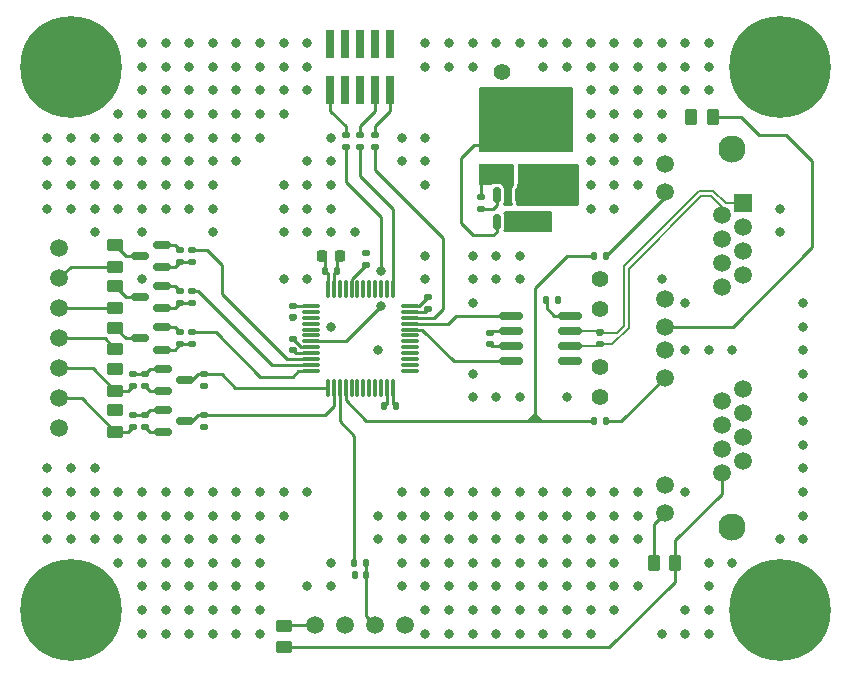
<source format=gbr>
%TF.GenerationSoftware,KiCad,Pcbnew,(6.0.1-0)*%
%TF.CreationDate,2022-12-13T14:32:30+01:00*%
%TF.ProjectId,CAN_Steppermodul,43414e5f-5374-4657-9070-65726d6f6475,rev?*%
%TF.SameCoordinates,Original*%
%TF.FileFunction,Copper,L1,Top*%
%TF.FilePolarity,Positive*%
%FSLAX46Y46*%
G04 Gerber Fmt 4.6, Leading zero omitted, Abs format (unit mm)*
G04 Created by KiCad (PCBNEW (6.0.1-0)) date 2022-12-13 14:32:30*
%MOMM*%
%LPD*%
G01*
G04 APERTURE LIST*
G04 Aperture macros list*
%AMRoundRect*
0 Rectangle with rounded corners*
0 $1 Rounding radius*
0 $2 $3 $4 $5 $6 $7 $8 $9 X,Y pos of 4 corners*
0 Add a 4 corners polygon primitive as box body*
4,1,4,$2,$3,$4,$5,$6,$7,$8,$9,$2,$3,0*
0 Add four circle primitives for the rounded corners*
1,1,$1+$1,$2,$3*
1,1,$1+$1,$4,$5*
1,1,$1+$1,$6,$7*
1,1,$1+$1,$8,$9*
0 Add four rect primitives between the rounded corners*
20,1,$1+$1,$2,$3,$4,$5,0*
20,1,$1+$1,$4,$5,$6,$7,0*
20,1,$1+$1,$6,$7,$8,$9,0*
20,1,$1+$1,$8,$9,$2,$3,0*%
G04 Aperture macros list end*
%TA.AperFunction,ComponentPad*%
%ADD10C,8.600000*%
%TD*%
%TA.AperFunction,ComponentPad*%
%ADD11C,0.900000*%
%TD*%
%TA.AperFunction,SMDPad,CuDef*%
%ADD12RoundRect,0.225000X-0.225000X-0.250000X0.225000X-0.250000X0.225000X0.250000X-0.225000X0.250000X0*%
%TD*%
%TA.AperFunction,SMDPad,CuDef*%
%ADD13RoundRect,0.150000X-0.825000X-0.150000X0.825000X-0.150000X0.825000X0.150000X-0.825000X0.150000X0*%
%TD*%
%TA.AperFunction,SMDPad,CuDef*%
%ADD14RoundRect,0.150000X0.150000X-0.512500X0.150000X0.512500X-0.150000X0.512500X-0.150000X-0.512500X0*%
%TD*%
%TA.AperFunction,SMDPad,CuDef*%
%ADD15RoundRect,0.075000X-0.662500X-0.075000X0.662500X-0.075000X0.662500X0.075000X-0.662500X0.075000X0*%
%TD*%
%TA.AperFunction,SMDPad,CuDef*%
%ADD16RoundRect,0.075000X-0.075000X-0.662500X0.075000X-0.662500X0.075000X0.662500X-0.075000X0.662500X0*%
%TD*%
%TA.AperFunction,ComponentPad*%
%ADD17C,1.400000*%
%TD*%
%TA.AperFunction,SMDPad,CuDef*%
%ADD18RoundRect,0.250000X0.262500X0.450000X-0.262500X0.450000X-0.262500X-0.450000X0.262500X-0.450000X0*%
%TD*%
%TA.AperFunction,SMDPad,CuDef*%
%ADD19RoundRect,0.250000X-0.262500X-0.450000X0.262500X-0.450000X0.262500X0.450000X-0.262500X0.450000X0*%
%TD*%
%TA.AperFunction,SMDPad,CuDef*%
%ADD20RoundRect,0.135000X0.185000X-0.135000X0.185000X0.135000X-0.185000X0.135000X-0.185000X-0.135000X0*%
%TD*%
%TA.AperFunction,SMDPad,CuDef*%
%ADD21RoundRect,0.135000X-0.135000X-0.185000X0.135000X-0.185000X0.135000X0.185000X-0.135000X0.185000X0*%
%TD*%
%TA.AperFunction,SMDPad,CuDef*%
%ADD22RoundRect,0.250000X0.450000X-0.262500X0.450000X0.262500X-0.450000X0.262500X-0.450000X-0.262500X0*%
%TD*%
%TA.AperFunction,SMDPad,CuDef*%
%ADD23RoundRect,0.250000X-0.450000X0.262500X-0.450000X-0.262500X0.450000X-0.262500X0.450000X0.262500X0*%
%TD*%
%TA.AperFunction,SMDPad,CuDef*%
%ADD24RoundRect,0.135000X-0.185000X0.135000X-0.185000X-0.135000X0.185000X-0.135000X0.185000X0.135000X0*%
%TD*%
%TA.AperFunction,SMDPad,CuDef*%
%ADD25RoundRect,0.150000X-0.587500X-0.150000X0.587500X-0.150000X0.587500X0.150000X-0.587500X0.150000X0*%
%TD*%
%TA.AperFunction,SMDPad,CuDef*%
%ADD26RoundRect,0.150000X0.587500X0.150000X-0.587500X0.150000X-0.587500X-0.150000X0.587500X-0.150000X0*%
%TD*%
%TA.AperFunction,SMDPad,CuDef*%
%ADD27R,2.750000X1.000000*%
%TD*%
%TA.AperFunction,ComponentPad*%
%ADD28C,2.300000*%
%TD*%
%TA.AperFunction,ComponentPad*%
%ADD29C,1.500000*%
%TD*%
%TA.AperFunction,ComponentPad*%
%ADD30R,1.500000X1.500000*%
%TD*%
%TA.AperFunction,ComponentPad*%
%ADD31C,1.508000*%
%TD*%
%TA.AperFunction,SMDPad,CuDef*%
%ADD32R,0.740000X2.400000*%
%TD*%
%TA.AperFunction,SMDPad,CuDef*%
%ADD33RoundRect,0.140000X0.170000X-0.140000X0.170000X0.140000X-0.170000X0.140000X-0.170000X-0.140000X0*%
%TD*%
%TA.AperFunction,SMDPad,CuDef*%
%ADD34RoundRect,0.140000X0.140000X0.170000X-0.140000X0.170000X-0.140000X-0.170000X0.140000X-0.170000X0*%
%TD*%
%TA.AperFunction,SMDPad,CuDef*%
%ADD35RoundRect,0.250000X-0.650000X0.325000X-0.650000X-0.325000X0.650000X-0.325000X0.650000X0.325000X0*%
%TD*%
%TA.AperFunction,SMDPad,CuDef*%
%ADD36RoundRect,0.140000X-0.170000X0.140000X-0.170000X-0.140000X0.170000X-0.140000X0.170000X0.140000X0*%
%TD*%
%TA.AperFunction,SMDPad,CuDef*%
%ADD37RoundRect,0.250000X0.475000X-0.250000X0.475000X0.250000X-0.475000X0.250000X-0.475000X-0.250000X0*%
%TD*%
%TA.AperFunction,SMDPad,CuDef*%
%ADD38RoundRect,0.140000X-0.140000X-0.170000X0.140000X-0.170000X0.140000X0.170000X-0.140000X0.170000X0*%
%TD*%
%TA.AperFunction,ViaPad*%
%ADD39C,0.800000*%
%TD*%
%TA.AperFunction,ViaPad*%
%ADD40C,0.600000*%
%TD*%
%TA.AperFunction,Conductor*%
%ADD41C,0.250000*%
%TD*%
%TA.AperFunction,Conductor*%
%ADD42C,0.200000*%
%TD*%
G04 APERTURE END LIST*
D10*
%TO.P,H4,1,1*%
%TO.N,GND*%
X178000000Y-76000000D03*
D11*
X178000000Y-79225000D03*
X175719581Y-78280419D03*
X180280419Y-73719581D03*
X180280419Y-78280419D03*
X174775000Y-76000000D03*
X175719581Y-73719581D03*
X178000000Y-72775000D03*
X181225000Y-76000000D03*
%TD*%
D10*
%TO.P,H3,1,1*%
%TO.N,GND*%
X118000000Y-76000000D03*
D11*
X118000000Y-79225000D03*
X115719581Y-78280419D03*
X120280419Y-73719581D03*
X120280419Y-78280419D03*
X114775000Y-76000000D03*
X115719581Y-73719581D03*
X118000000Y-72775000D03*
X121225000Y-76000000D03*
%TD*%
D10*
%TO.P,H2,1,1*%
%TO.N,GND*%
X118000000Y-122000000D03*
D11*
X118000000Y-125225000D03*
X115719581Y-124280419D03*
X120280419Y-119719581D03*
X120280419Y-124280419D03*
X114775000Y-122000000D03*
X115719581Y-119719581D03*
X118000000Y-118775000D03*
X121225000Y-122000000D03*
%TD*%
D10*
%TO.P,H1,1,1*%
%TO.N,GND*%
X178000000Y-122000000D03*
D11*
X178000000Y-125225000D03*
X175719581Y-124280419D03*
X180280419Y-119719581D03*
X180280419Y-124280419D03*
X174775000Y-122000000D03*
X175719581Y-119719581D03*
X178000000Y-118775000D03*
X181225000Y-122000000D03*
%TD*%
D12*
%TO.P,C1,1*%
%TO.N,+3V3*%
X139230000Y-92000000D03*
%TO.P,C1,2*%
%TO.N,GND*%
X140780000Y-92000000D03*
%TD*%
D13*
%TO.P,U3,1,D*%
%TO.N,/CAN_TX*%
X155275000Y-97095000D03*
%TO.P,U3,2,GND*%
%TO.N,GND*%
X155275000Y-98365000D03*
%TO.P,U3,3,VCC*%
%TO.N,+3V3*%
X155275000Y-99635000D03*
%TO.P,U3,4,R*%
%TO.N,/CAN_RX*%
X155275000Y-100905000D03*
%TO.P,U3,5,Vref*%
%TO.N,unconnected-(U3-Pad5)*%
X160225000Y-100905000D03*
%TO.P,U3,6,CANL*%
%TO.N,/CAN-*%
X160225000Y-99635000D03*
%TO.P,U3,7,CANH*%
%TO.N,/CAN+*%
X160225000Y-98365000D03*
%TO.P,U3,8,Rs*%
%TO.N,Net-(R24-Pad1)*%
X160225000Y-97095000D03*
%TD*%
D14*
%TO.P,U2,1,FB*%
%TO.N,+3V3*%
X154050000Y-89137500D03*
%TO.P,U2,2,EN*%
%TO.N,+24V*%
X155000000Y-89137500D03*
%TO.P,U2,3,IN*%
X155950000Y-89137500D03*
%TO.P,U2,4,GND*%
%TO.N,GND*%
X155950000Y-86862500D03*
%TO.P,U2,5,SW*%
%TO.N,Net-(C8-Pad2)*%
X155000000Y-86862500D03*
%TO.P,U2,6,BST*%
%TO.N,Net-(C8-Pad1)*%
X154050000Y-86862500D03*
%TD*%
D15*
%TO.P,U1,1,VBAT*%
%TO.N,+3V3*%
X138337500Y-96250000D03*
%TO.P,U1,2,PC13*%
%TO.N,unconnected-(U1-Pad2)*%
X138337500Y-96750000D03*
%TO.P,U1,3,PC14*%
%TO.N,unconnected-(U1-Pad3)*%
X138337500Y-97250000D03*
%TO.P,U1,4,PC15*%
%TO.N,unconnected-(U1-Pad4)*%
X138337500Y-97750000D03*
%TO.P,U1,5,PD0*%
%TO.N,unconnected-(U1-Pad5)*%
X138337500Y-98250000D03*
%TO.P,U1,6,PD1*%
%TO.N,unconnected-(U1-Pad6)*%
X138337500Y-98750000D03*
%TO.P,U1,7,NRST*%
%TO.N,/NRST*%
X138337500Y-99250000D03*
%TO.P,U1,8,VSSA*%
%TO.N,GND*%
X138337500Y-99750000D03*
%TO.P,U1,9,VDDA*%
%TO.N,+3V3*%
X138337500Y-100250000D03*
%TO.P,U1,10,PA0*%
%TO.N,/PUL_MCU*%
X138337500Y-100750000D03*
%TO.P,U1,11,PA1*%
%TO.N,/DIR_MCU*%
X138337500Y-101250000D03*
%TO.P,U1,12,PA2*%
%TO.N,/ENA_MCU*%
X138337500Y-101750000D03*
D16*
%TO.P,U1,13,PA3*%
%TO.N,/POS_MCU*%
X139750000Y-103162500D03*
%TO.P,U1,14,PA4*%
%TO.N,/ALM_MCU*%
X140250000Y-103162500D03*
%TO.P,U1,15,PA5*%
%TO.N,/HOME*%
X140750000Y-103162500D03*
%TO.P,U1,16,PA6*%
%TO.N,/STATUS*%
X141250000Y-103162500D03*
%TO.P,U1,17,PA7*%
%TO.N,unconnected-(U1-Pad17)*%
X141750000Y-103162500D03*
%TO.P,U1,18,PB0*%
%TO.N,unconnected-(U1-Pad18)*%
X142250000Y-103162500D03*
%TO.P,U1,19,PB1*%
%TO.N,unconnected-(U1-Pad19)*%
X142750000Y-103162500D03*
%TO.P,U1,20,PB2*%
%TO.N,unconnected-(U1-Pad20)*%
X143250000Y-103162500D03*
%TO.P,U1,21,PB10*%
%TO.N,unconnected-(U1-Pad21)*%
X143750000Y-103162500D03*
%TO.P,U1,22,PB11*%
%TO.N,unconnected-(U1-Pad22)*%
X144250000Y-103162500D03*
%TO.P,U1,23,VSS*%
%TO.N,GND*%
X144750000Y-103162500D03*
%TO.P,U1,24,VDD*%
%TO.N,+3V3*%
X145250000Y-103162500D03*
D15*
%TO.P,U1,25,PB12*%
%TO.N,unconnected-(U1-Pad25)*%
X146662500Y-101750000D03*
%TO.P,U1,26,PB13*%
%TO.N,unconnected-(U1-Pad26)*%
X146662500Y-101250000D03*
%TO.P,U1,27,PB14*%
%TO.N,unconnected-(U1-Pad27)*%
X146662500Y-100750000D03*
%TO.P,U1,28,PB15*%
%TO.N,unconnected-(U1-Pad28)*%
X146662500Y-100250000D03*
%TO.P,U1,29,PA8*%
%TO.N,unconnected-(U1-Pad29)*%
X146662500Y-99750000D03*
%TO.P,U1,30,PA9*%
%TO.N,unconnected-(U1-Pad30)*%
X146662500Y-99250000D03*
%TO.P,U1,31,PA10*%
%TO.N,unconnected-(U1-Pad31)*%
X146662500Y-98750000D03*
%TO.P,U1,32,PA11*%
%TO.N,/CAN_RX*%
X146662500Y-98250000D03*
%TO.P,U1,33,PA12*%
%TO.N,/CAN_TX*%
X146662500Y-97750000D03*
%TO.P,U1,34,PA13*%
%TO.N,/SWDIO*%
X146662500Y-97250000D03*
%TO.P,U1,35,VSS*%
%TO.N,GND*%
X146662500Y-96750000D03*
%TO.P,U1,36,VDD*%
%TO.N,+3V3*%
X146662500Y-96250000D03*
D16*
%TO.P,U1,37,PA14*%
%TO.N,/SWCLK*%
X145250000Y-94837500D03*
%TO.P,U1,38,PA15*%
%TO.N,unconnected-(U1-Pad38)*%
X144750000Y-94837500D03*
%TO.P,U1,39,PB3*%
%TO.N,unconnected-(U1-Pad39)*%
X144250000Y-94837500D03*
%TO.P,U1,40,PB4*%
%TO.N,unconnected-(U1-Pad40)*%
X143750000Y-94837500D03*
%TO.P,U1,41,PB5*%
%TO.N,unconnected-(U1-Pad41)*%
X143250000Y-94837500D03*
%TO.P,U1,42,PB6*%
%TO.N,unconnected-(U1-Pad42)*%
X142750000Y-94837500D03*
%TO.P,U1,43,PB7*%
%TO.N,unconnected-(U1-Pad43)*%
X142250000Y-94837500D03*
%TO.P,U1,44,BOOT0*%
%TO.N,Net-(R1-Pad1)*%
X141750000Y-94837500D03*
%TO.P,U1,45,PB8*%
%TO.N,unconnected-(U1-Pad45)*%
X141250000Y-94837500D03*
%TO.P,U1,46,PB9*%
%TO.N,unconnected-(U1-Pad46)*%
X140750000Y-94837500D03*
%TO.P,U1,47,VSS*%
%TO.N,GND*%
X140250000Y-94837500D03*
%TO.P,U1,48,VDD*%
%TO.N,+3V3*%
X139750000Y-94837500D03*
%TD*%
D17*
%TO.P,TP3,1,1*%
%TO.N,GND*%
X162750000Y-104000000D03*
%TO.P,TP3,2,2*%
%TO.N,/CAN-*%
X162750000Y-101460000D03*
%TD*%
%TO.P,TP2,1,1*%
%TO.N,GND*%
X162750000Y-94000000D03*
%TO.P,TP2,2,2*%
%TO.N,/CAN+*%
X162750000Y-96540000D03*
%TD*%
%TO.P,TP1,1,1*%
%TO.N,GND*%
X154460000Y-76460000D03*
%TO.P,TP1,2,2*%
%TO.N,+3V3*%
X154460000Y-79000000D03*
%TD*%
D18*
%TO.P,R29,1*%
%TO.N,+24V*%
X169162500Y-118000000D03*
%TO.P,R29,2*%
%TO.N,/LED4*%
X167337500Y-118000000D03*
%TD*%
D19*
%TO.P,R28,1*%
%TO.N,+24V*%
X170500000Y-80250000D03*
%TO.P,R28,2*%
%TO.N,/LED2*%
X172325000Y-80250000D03*
%TD*%
D20*
%TO.P,R27,1*%
%TO.N,/CAN-*%
X162750000Y-99510000D03*
%TO.P,R27,2*%
%TO.N,/CAN+*%
X162750000Y-98490000D03*
%TD*%
D21*
%TO.P,R26,1*%
%TO.N,/STATUS*%
X162240000Y-106000000D03*
%TO.P,R26,2*%
%TO.N,/LED3*%
X163260000Y-106000000D03*
%TD*%
%TO.P,R25,2*%
%TO.N,/LED1*%
X163260000Y-92000000D03*
%TO.P,R25,1*%
%TO.N,/STATUS*%
X162240000Y-92000000D03*
%TD*%
%TO.P,R24,1*%
%TO.N,Net-(R24-Pad1)*%
X158250000Y-95750000D03*
%TO.P,R24,2*%
%TO.N,GND*%
X159270000Y-95750000D03*
%TD*%
D22*
%TO.P,R23,1*%
%TO.N,+24V*%
X136000000Y-125162500D03*
%TO.P,R23,2*%
%TO.N,Net-(J3-Pad1)*%
X136000000Y-123337500D03*
%TD*%
D23*
%TO.P,R22,1*%
%TO.N,+24V*%
X121750000Y-105087500D03*
%TO.P,R22,2*%
%TO.N,/ALM+*%
X121750000Y-106912500D03*
%TD*%
%TO.P,R21,1*%
%TO.N,+24V*%
X121750000Y-101587500D03*
%TO.P,R21,2*%
%TO.N,/POS+*%
X121750000Y-103412500D03*
%TD*%
D21*
%TO.P,R20,1*%
%TO.N,/HOME*%
X141990000Y-118000000D03*
%TO.P,R20,2*%
%TO.N,Net-(C11-Pad1)*%
X143010000Y-118000000D03*
%TD*%
D24*
%TO.P,R19,1*%
%TO.N,Net-(Q5-Pad1)*%
X123250000Y-105490000D03*
%TO.P,R19,2*%
%TO.N,/ALM+*%
X123250000Y-106510000D03*
%TD*%
%TO.P,R18,1*%
%TO.N,Net-(Q4-Pad1)*%
X123250000Y-101990000D03*
%TO.P,R18,2*%
%TO.N,/POS+*%
X123250000Y-103010000D03*
%TD*%
%TO.P,R17,1*%
%TO.N,Net-(Q5-Pad1)*%
X124250000Y-105490000D03*
%TO.P,R17,2*%
%TO.N,GND*%
X124250000Y-106510000D03*
%TD*%
%TO.P,R16,1*%
%TO.N,Net-(Q4-Pad1)*%
X124250000Y-101990000D03*
%TO.P,R16,2*%
%TO.N,GND*%
X124250000Y-103010000D03*
%TD*%
D20*
%TO.P,R15,1*%
%TO.N,+3V3*%
X129250000Y-106510000D03*
%TO.P,R15,2*%
%TO.N,/ALM_MCU*%
X129250000Y-105490000D03*
%TD*%
%TO.P,R14,1*%
%TO.N,+3V3*%
X129250000Y-103010000D03*
%TO.P,R14,2*%
%TO.N,/POS_MCU*%
X129250000Y-101990000D03*
%TD*%
D22*
%TO.P,R13,1*%
%TO.N,/ENA-*%
X121750000Y-99912500D03*
%TO.P,R13,2*%
%TO.N,Net-(Q3-Pad3)*%
X121750000Y-98087500D03*
%TD*%
%TO.P,R12,1*%
%TO.N,/DIR-*%
X121750000Y-96412500D03*
%TO.P,R12,2*%
%TO.N,Net-(Q2-Pad3)*%
X121750000Y-94587500D03*
%TD*%
%TO.P,R11,1*%
%TO.N,/PUL-*%
X121750000Y-92912500D03*
%TO.P,R11,2*%
%TO.N,Net-(Q1-Pad3)*%
X121750000Y-91087500D03*
%TD*%
D20*
%TO.P,R10,1*%
%TO.N,Net-(Q3-Pad1)*%
X127250000Y-99510000D03*
%TO.P,R10,2*%
%TO.N,GND*%
X127250000Y-98490000D03*
%TD*%
%TO.P,R9,1*%
%TO.N,Net-(Q2-Pad1)*%
X127250000Y-96010000D03*
%TO.P,R9,2*%
%TO.N,GND*%
X127250000Y-94990000D03*
%TD*%
%TO.P,R8,1*%
%TO.N,Net-(Q1-Pad1)*%
X127250000Y-92510000D03*
%TO.P,R8,2*%
%TO.N,GND*%
X127250000Y-91490000D03*
%TD*%
D24*
%TO.P,R7,1*%
%TO.N,/ENA_MCU*%
X128250000Y-98490000D03*
%TO.P,R7,2*%
%TO.N,Net-(Q3-Pad1)*%
X128250000Y-99510000D03*
%TD*%
%TO.P,R6,1*%
%TO.N,/DIR_MCU*%
X128250000Y-94990000D03*
%TO.P,R6,2*%
%TO.N,Net-(Q2-Pad1)*%
X128250000Y-96010000D03*
%TD*%
%TO.P,R5,1*%
%TO.N,/PUL_MCU*%
X128250000Y-91490000D03*
%TO.P,R5,2*%
%TO.N,Net-(Q1-Pad1)*%
X128250000Y-92510000D03*
%TD*%
%TO.P,R4,1*%
%TO.N,/SWCLK_CONN*%
X142500000Y-81740000D03*
%TO.P,R4,2*%
%TO.N,/SWCLK*%
X142500000Y-82760000D03*
%TD*%
%TO.P,R3,1*%
%TO.N,/NRST_CONN*%
X141250000Y-81740000D03*
%TO.P,R3,2*%
%TO.N,/NRST*%
X141250000Y-82760000D03*
%TD*%
%TO.P,R2,1*%
%TO.N,/SWDIO_CONN*%
X143750000Y-81740000D03*
%TO.P,R2,2*%
%TO.N,/SWDIO*%
X143750000Y-82760000D03*
%TD*%
D20*
%TO.P,R1,1*%
%TO.N,Net-(R1-Pad1)*%
X143000000Y-92760000D03*
%TO.P,R1,2*%
%TO.N,GND*%
X143000000Y-91740000D03*
%TD*%
D25*
%TO.P,Q5,1,G*%
%TO.N,Net-(Q5-Pad1)*%
X125812500Y-105050000D03*
%TO.P,Q5,2,S*%
%TO.N,GND*%
X125812500Y-106950000D03*
%TO.P,Q5,3,D*%
%TO.N,/ALM_MCU*%
X127687500Y-106000000D03*
%TD*%
%TO.P,Q4,1,G*%
%TO.N,Net-(Q4-Pad1)*%
X125812500Y-101550000D03*
%TO.P,Q4,2,S*%
%TO.N,GND*%
X125812500Y-103450000D03*
%TO.P,Q4,3,D*%
%TO.N,/POS_MCU*%
X127687500Y-102500000D03*
%TD*%
D26*
%TO.P,Q3,1,G*%
%TO.N,Net-(Q3-Pad1)*%
X125687500Y-99950000D03*
%TO.P,Q3,2,S*%
%TO.N,GND*%
X125687500Y-98050000D03*
%TO.P,Q3,3,D*%
%TO.N,Net-(Q3-Pad3)*%
X123812500Y-99000000D03*
%TD*%
%TO.P,Q2,1,G*%
%TO.N,Net-(Q2-Pad1)*%
X125687500Y-96450000D03*
%TO.P,Q2,2,S*%
%TO.N,GND*%
X125687500Y-94550000D03*
%TO.P,Q2,3,D*%
%TO.N,Net-(Q2-Pad3)*%
X123812500Y-95500000D03*
%TD*%
%TO.P,Q1,1,G*%
%TO.N,Net-(Q1-Pad1)*%
X125687500Y-92950000D03*
%TO.P,Q1,2,S*%
%TO.N,GND*%
X125687500Y-91050000D03*
%TO.P,Q1,3,D*%
%TO.N,Net-(Q1-Pad3)*%
X123812500Y-92000000D03*
%TD*%
D27*
%TO.P,L1,1*%
%TO.N,Net-(C8-Pad2)*%
X154000000Y-84900000D03*
%TO.P,L1,2*%
%TO.N,+3V3*%
X154000000Y-82600000D03*
%TD*%
D28*
%TO.P,J4,SH*%
%TO.N,GND*%
X173985000Y-83000000D03*
X173985000Y-115000000D03*
D29*
%TO.P,J4,24*%
%TO.N,/LED4*%
X168275000Y-113740000D03*
%TO.P,J4,23*%
%TO.N,GND*%
X168275000Y-111450000D03*
%TO.P,J4,22*%
%TO.N,/LED3*%
X168275000Y-102310000D03*
%TO.P,J4,21*%
%TO.N,GND*%
X168275000Y-100020000D03*
%TO.P,J4,20*%
%TO.N,+24V*%
X173095000Y-110432000D03*
%TO.P,J4,19*%
%TO.N,GND*%
X174875000Y-109416000D03*
%TO.P,J4,18*%
X173095000Y-108400000D03*
%TO.P,J4,17*%
%TO.N,unconnected-(J4-Pad17)*%
X174875000Y-107384000D03*
%TO.P,J4,16*%
%TO.N,unconnected-(J4-Pad16)*%
X173095000Y-106368000D03*
%TO.P,J4,15*%
%TO.N,GND*%
X174875000Y-105352000D03*
%TO.P,J4,14*%
%TO.N,/CAN-*%
X173095000Y-104336000D03*
%TO.P,J4,13*%
%TO.N,/CAN+*%
X174875000Y-103320000D03*
%TO.P,J4,12*%
%TO.N,/LED2*%
X168275000Y-97990000D03*
%TO.P,J4,11*%
%TO.N,GND*%
X168275000Y-95700000D03*
%TO.P,J4,10*%
%TO.N,/LED1*%
X168275000Y-86560000D03*
%TO.P,J4,9*%
%TO.N,GND*%
X168275000Y-84270000D03*
%TO.P,J4,8*%
%TO.N,+24V*%
X173095000Y-94682000D03*
%TO.P,J4,7*%
%TO.N,GND*%
X174875000Y-93666000D03*
%TO.P,J4,6*%
X173095000Y-92650000D03*
%TO.P,J4,5*%
%TO.N,unconnected-(J4-Pad5)*%
X174875000Y-91634000D03*
%TO.P,J4,4*%
%TO.N,unconnected-(J4-Pad4)*%
X173095000Y-90618000D03*
%TO.P,J4,3*%
%TO.N,GND*%
X174875000Y-89602000D03*
%TO.P,J4,2*%
%TO.N,/CAN-*%
X173095000Y-88586000D03*
D30*
%TO.P,J4,1*%
%TO.N,/CAN+*%
X174875000Y-87570000D03*
%TD*%
D31*
%TO.P,J3,4,Pin_4*%
%TO.N,GND*%
X146310000Y-123300000D03*
%TO.P,J3,3,Pin_3*%
%TO.N,Net-(C11-Pad1)*%
X143770000Y-123300000D03*
%TO.P,J3,2,Pin_2*%
%TO.N,GND*%
X141230000Y-123300000D03*
%TO.P,J3,1,Pin_1*%
%TO.N,Net-(J3-Pad1)*%
X138690000Y-123300000D03*
%TD*%
%TO.P,J2,7,Pin_7*%
%TO.N,GND*%
X116950000Y-106620000D03*
%TO.P,J2,6,Pin_6*%
%TO.N,/ALM+*%
X116950000Y-104080000D03*
%TO.P,J2,5,Pin_5*%
%TO.N,/POS+*%
X116950000Y-101540000D03*
%TO.P,J2,4,Pin_4*%
%TO.N,/ENA-*%
X116950000Y-99000000D03*
%TO.P,J2,3,Pin_3*%
%TO.N,/DIR-*%
X116950000Y-96460000D03*
%TO.P,J2,2,Pin_2*%
%TO.N,/PUL-*%
X116950000Y-93920000D03*
%TO.P,J2,1,Pin_1*%
%TO.N,+24V*%
X116950000Y-91380000D03*
%TD*%
D32*
%TO.P,J1,1,Pin_1*%
%TO.N,+3V3*%
X145040000Y-74050000D03*
%TO.P,J1,2,Pin_2*%
%TO.N,/SWDIO_CONN*%
X145040000Y-77950000D03*
%TO.P,J1,3,Pin_3*%
%TO.N,GND*%
X143770000Y-74050000D03*
%TO.P,J1,4,Pin_4*%
%TO.N,/SWCLK_CONN*%
X143770000Y-77950000D03*
%TO.P,J1,5,Pin_5*%
%TO.N,GND*%
X142500000Y-74050000D03*
%TO.P,J1,6,Pin_6*%
%TO.N,unconnected-(J1-Pad6)*%
X142500000Y-77950000D03*
%TO.P,J1,7,Pin_7*%
%TO.N,unconnected-(J1-Pad7)*%
X141230000Y-74050000D03*
%TO.P,J1,8,Pin_8*%
%TO.N,unconnected-(J1-Pad8)*%
X141230000Y-77950000D03*
%TO.P,J1,9,Pin_9*%
%TO.N,GND*%
X139960000Y-74050000D03*
%TO.P,J1,10,Pin_10*%
%TO.N,/NRST_CONN*%
X139960000Y-77950000D03*
%TD*%
D33*
%TO.P,C12,1*%
%TO.N,+3V3*%
X153500000Y-99480000D03*
%TO.P,C12,2*%
%TO.N,GND*%
X153500000Y-98520000D03*
%TD*%
D34*
%TO.P,C11,1*%
%TO.N,Net-(C11-Pad1)*%
X142980000Y-119000000D03*
%TO.P,C11,2*%
%TO.N,GND*%
X142020000Y-119000000D03*
%TD*%
D35*
%TO.P,C10,1*%
%TO.N,+3V3*%
X159500000Y-82025000D03*
%TO.P,C10,2*%
%TO.N,GND*%
X159500000Y-84975000D03*
%TD*%
%TO.P,C9,1*%
%TO.N,+3V3*%
X157000000Y-82025000D03*
%TO.P,C9,2*%
%TO.N,GND*%
X157000000Y-84975000D03*
%TD*%
D33*
%TO.P,C8,1*%
%TO.N,Net-(C8-Pad1)*%
X152750000Y-88000000D03*
%TO.P,C8,2*%
%TO.N,Net-(C8-Pad2)*%
X152750000Y-87040000D03*
%TD*%
D36*
%TO.P,C7,1*%
%TO.N,+3V3*%
X136755000Y-96250000D03*
%TO.P,C7,2*%
%TO.N,GND*%
X136755000Y-97210000D03*
%TD*%
D33*
%TO.P,C6,1*%
%TO.N,+3V3*%
X136755000Y-100000000D03*
%TO.P,C6,2*%
%TO.N,GND*%
X136755000Y-99040000D03*
%TD*%
D34*
%TO.P,C5,1*%
%TO.N,+3V3*%
X145485000Y-104750000D03*
%TO.P,C5,2*%
%TO.N,GND*%
X144525000Y-104750000D03*
%TD*%
D36*
%TO.P,C4,1*%
%TO.N,+3V3*%
X148255000Y-95520000D03*
%TO.P,C4,2*%
%TO.N,GND*%
X148255000Y-96480000D03*
%TD*%
D37*
%TO.P,C3,1*%
%TO.N,+24V*%
X157750000Y-88950000D03*
%TO.P,C3,2*%
%TO.N,GND*%
X157750000Y-87050000D03*
%TD*%
D38*
%TO.P,C2,1*%
%TO.N,+3V3*%
X139525000Y-93250000D03*
%TO.P,C2,2*%
%TO.N,GND*%
X140485000Y-93250000D03*
%TD*%
D39*
%TO.N,GND*%
X180000000Y-116000000D03*
X180000000Y-114000000D03*
X180000000Y-112000000D03*
X180000000Y-110000000D03*
X180000000Y-108000000D03*
X180000000Y-106000000D03*
X180000000Y-104000000D03*
X180000000Y-102000000D03*
X180000000Y-100000000D03*
X180000000Y-98000000D03*
X180000000Y-96000000D03*
X178000000Y-116000000D03*
X178000000Y-90000000D03*
X178000000Y-88000000D03*
X174000000Y-118000000D03*
X174000000Y-100000000D03*
X172000000Y-124000000D03*
X172000000Y-122000000D03*
X172000000Y-120000000D03*
X172000000Y-118000000D03*
X172000000Y-100000000D03*
X172000000Y-78000000D03*
X172000000Y-76000000D03*
X172000000Y-74000000D03*
X170000000Y-124000000D03*
X170000000Y-122000000D03*
X170000000Y-112000000D03*
X170000000Y-100000000D03*
X170000000Y-96000000D03*
X170000000Y-78000000D03*
X170000000Y-76000000D03*
X170000000Y-74000000D03*
X168000000Y-124000000D03*
X168000000Y-94000000D03*
X168000000Y-82000000D03*
X168000000Y-80000000D03*
X168000000Y-78000000D03*
X168000000Y-76000000D03*
X168000000Y-74000000D03*
X166000000Y-120000000D03*
X166000000Y-116000000D03*
X166000000Y-114000000D03*
X166000000Y-112000000D03*
X166000000Y-86000000D03*
X166000000Y-84000000D03*
X166000000Y-82000000D03*
X166000000Y-80000000D03*
X166000000Y-78000000D03*
X166000000Y-76000000D03*
X166000000Y-74000000D03*
X164000000Y-122000000D03*
X164000000Y-120000000D03*
X164000000Y-118000000D03*
X164000000Y-116000000D03*
X164000000Y-114000000D03*
X164000000Y-112000000D03*
X164000000Y-88000000D03*
X164000000Y-86000000D03*
X164000000Y-84000000D03*
X164000000Y-82000000D03*
X164000000Y-80000000D03*
X164000000Y-78000000D03*
X164000000Y-76000000D03*
X164000000Y-74000000D03*
X162000000Y-124000000D03*
X162000000Y-122000000D03*
X162000000Y-120000000D03*
X162000000Y-118000000D03*
X162000000Y-116000000D03*
X162000000Y-114000000D03*
X162000000Y-112000000D03*
X162000000Y-88000000D03*
X162000000Y-86000000D03*
X162000000Y-84000000D03*
X162000000Y-82000000D03*
X162000000Y-80000000D03*
X162000000Y-78000000D03*
X162000000Y-76000000D03*
X162000000Y-74000000D03*
X160000000Y-124000000D03*
X160000000Y-122000000D03*
X160000000Y-120000000D03*
X160000000Y-118000000D03*
X160000000Y-116000000D03*
X160000000Y-114000000D03*
X160000000Y-112000000D03*
X160000000Y-104000000D03*
X160000000Y-76000000D03*
X160000000Y-74000000D03*
X158000000Y-124000000D03*
X158000000Y-122000000D03*
X158000000Y-120000000D03*
X158000000Y-118000000D03*
X158000000Y-116000000D03*
X158000000Y-114000000D03*
X158000000Y-112000000D03*
X158000000Y-76000000D03*
X158000000Y-74000000D03*
X156000000Y-124000000D03*
X156000000Y-122000000D03*
X156000000Y-120000000D03*
X156000000Y-118000000D03*
X156000000Y-116000000D03*
X156000000Y-114000000D03*
X156000000Y-112000000D03*
X156000000Y-104000000D03*
X156000000Y-94000000D03*
X156000000Y-92000000D03*
X156000000Y-74000000D03*
X154000000Y-124000000D03*
X154000000Y-122000000D03*
X154000000Y-120000000D03*
X154000000Y-118000000D03*
X154000000Y-116000000D03*
X154000000Y-114000000D03*
X154000000Y-112000000D03*
X154000000Y-104000000D03*
X154000000Y-94000000D03*
X154000000Y-92000000D03*
X154000000Y-74000000D03*
X152000000Y-124000000D03*
X152000000Y-122000000D03*
X152000000Y-120000000D03*
X152000000Y-118000000D03*
X152000000Y-116000000D03*
X152000000Y-114000000D03*
X152000000Y-112000000D03*
X152000000Y-104000000D03*
X152000000Y-102000000D03*
X152000000Y-96000000D03*
X152000000Y-94000000D03*
X152000000Y-92000000D03*
X152000000Y-76000000D03*
X152000000Y-74000000D03*
X150000000Y-124000000D03*
X150000000Y-122000000D03*
X150000000Y-120000000D03*
X150000000Y-118000000D03*
X150000000Y-116000000D03*
X150000000Y-114000000D03*
X150000000Y-112000000D03*
X150000000Y-76000000D03*
X150000000Y-74000000D03*
X148000000Y-124000000D03*
X148000000Y-122000000D03*
X148000000Y-120000000D03*
X148000000Y-118000000D03*
X148000000Y-116000000D03*
X148000000Y-114000000D03*
X148000000Y-112000000D03*
X148000000Y-94000000D03*
X148000000Y-92000000D03*
X148000000Y-86000000D03*
X148000000Y-84000000D03*
X148000000Y-82000000D03*
X148000000Y-76000000D03*
X148000000Y-74000000D03*
X146000000Y-120000000D03*
X146000000Y-118000000D03*
X146000000Y-116000000D03*
X146000000Y-114000000D03*
X146000000Y-112000000D03*
X146000000Y-84000000D03*
X146000000Y-82000000D03*
X144000000Y-116000000D03*
X144000000Y-114000000D03*
X144000000Y-100000000D03*
X142000000Y-90000000D03*
X140000000Y-120000000D03*
X140000000Y-118000000D03*
X140000000Y-98000000D03*
X140000000Y-90000000D03*
X140000000Y-88000000D03*
X140000000Y-86000000D03*
X140000000Y-84000000D03*
X140000000Y-82000000D03*
X138000000Y-120000000D03*
X138000000Y-112000000D03*
X138000000Y-94000000D03*
X138000000Y-90000000D03*
X138000000Y-88000000D03*
X138000000Y-86000000D03*
X138000000Y-84000000D03*
X138000000Y-78000000D03*
X138000000Y-76000000D03*
X138000000Y-74000000D03*
X136000000Y-114000000D03*
X136000000Y-112000000D03*
X136000000Y-94000000D03*
X136000000Y-90000000D03*
X136000000Y-88000000D03*
X136000000Y-86000000D03*
X136000000Y-80000000D03*
X136000000Y-78000000D03*
X136000000Y-76000000D03*
X136000000Y-74000000D03*
X134000000Y-124000000D03*
X134000000Y-122000000D03*
X134000000Y-120000000D03*
X134000000Y-118000000D03*
X134000000Y-116000000D03*
X134000000Y-114000000D03*
X134000000Y-112000000D03*
X134000000Y-82000000D03*
X134000000Y-80000000D03*
X134000000Y-78000000D03*
X134000000Y-76000000D03*
X134000000Y-74000000D03*
X132000000Y-124000000D03*
X132000000Y-122000000D03*
X132000000Y-120000000D03*
X132000000Y-118000000D03*
X132000000Y-116000000D03*
X132000000Y-114000000D03*
X132000000Y-112000000D03*
X132000000Y-84000000D03*
X132000000Y-82000000D03*
X132000000Y-80000000D03*
X132000000Y-78000000D03*
X132000000Y-76000000D03*
X132000000Y-74000000D03*
X130000000Y-124000000D03*
X130000000Y-122000000D03*
X130000000Y-120000000D03*
X130000000Y-118000000D03*
X130000000Y-116000000D03*
X130000000Y-114000000D03*
X130000000Y-112000000D03*
X130000000Y-90000000D03*
X130000000Y-88000000D03*
X130000000Y-86000000D03*
X130000000Y-84000000D03*
X130000000Y-82000000D03*
X130000000Y-80000000D03*
X130000000Y-78000000D03*
X130000000Y-76000000D03*
X130000000Y-74000000D03*
X128000000Y-124000000D03*
X128000000Y-122000000D03*
X128000000Y-120000000D03*
X128000000Y-118000000D03*
X128000000Y-116000000D03*
X128000000Y-114000000D03*
X128000000Y-112000000D03*
X128000000Y-88000000D03*
X128000000Y-86000000D03*
X128000000Y-84000000D03*
X128000000Y-82000000D03*
X128000000Y-80000000D03*
X128000000Y-78000000D03*
X128000000Y-76000000D03*
X128000000Y-74000000D03*
X126000000Y-124000000D03*
X126000000Y-122000000D03*
X126000000Y-120000000D03*
X126000000Y-118000000D03*
X126000000Y-116000000D03*
X126000000Y-114000000D03*
X126000000Y-112000000D03*
X126000000Y-88000000D03*
X126000000Y-86000000D03*
X126000000Y-84000000D03*
X126000000Y-82000000D03*
X126000000Y-80000000D03*
X126000000Y-78000000D03*
X126000000Y-76000000D03*
X126000000Y-74000000D03*
X124000000Y-124000000D03*
X124000000Y-122000000D03*
X124000000Y-120000000D03*
X124000000Y-118000000D03*
X124000000Y-116000000D03*
X124000000Y-114000000D03*
X124000000Y-112000000D03*
X124000000Y-94000000D03*
X124000000Y-90000000D03*
X124000000Y-88000000D03*
X124000000Y-86000000D03*
X124000000Y-84000000D03*
X124000000Y-82000000D03*
X124000000Y-80000000D03*
X124000000Y-78000000D03*
X124000000Y-76000000D03*
X124000000Y-74000000D03*
X122000000Y-118000000D03*
X122000000Y-116000000D03*
X122000000Y-114000000D03*
X122000000Y-112000000D03*
X122000000Y-88000000D03*
X122000000Y-86000000D03*
X122000000Y-84000000D03*
X122000000Y-82000000D03*
X122000000Y-80000000D03*
X120000000Y-116000000D03*
X120000000Y-114000000D03*
X120000000Y-112000000D03*
X120000000Y-110000000D03*
X120000000Y-90000000D03*
X120000000Y-88000000D03*
X120000000Y-86000000D03*
X120000000Y-84000000D03*
X120000000Y-82000000D03*
X118000000Y-116000000D03*
X118000000Y-114000000D03*
X118000000Y-112000000D03*
X118000000Y-110000000D03*
X118000000Y-88000000D03*
X118000000Y-86000000D03*
X118000000Y-84000000D03*
X118000000Y-82000000D03*
X116000000Y-116000000D03*
X116000000Y-114000000D03*
X116000000Y-112000000D03*
X116000000Y-110000000D03*
X116000000Y-88000000D03*
X116000000Y-86000000D03*
X116000000Y-84000000D03*
X116000000Y-82000000D03*
D40*
X142000000Y-119000000D03*
X124250000Y-106510000D03*
X124250000Y-103010000D03*
X127250000Y-98490000D03*
X127250000Y-94990000D03*
X127250000Y-91490000D03*
X140000000Y-74250000D03*
X142500000Y-74250000D03*
X143750000Y-74250000D03*
%TO.N,+3V3*%
X145000000Y-74250000D03*
X136755000Y-100000000D03*
%TO.N,GND*%
X136755000Y-99040000D03*
X136750000Y-97250000D03*
%TO.N,+3V3*%
X136755000Y-96250000D03*
X129250000Y-103000000D03*
X129250000Y-106500000D03*
%TO.N,GND*%
X144525000Y-104750000D03*
%TO.N,+3V3*%
X145485000Y-104750000D03*
X154000000Y-82600000D03*
X159500000Y-82000000D03*
X157000000Y-82000000D03*
X139230000Y-92000000D03*
%TO.N,GND*%
X140765000Y-92015000D03*
X143000000Y-91750000D03*
%TO.N,+24V*%
X170500000Y-80250000D03*
%TO.N,GND*%
X159500000Y-87000000D03*
X159500000Y-86000000D03*
X158250000Y-86000000D03*
X157000000Y-86000000D03*
X157750000Y-87000000D03*
X159500000Y-85000000D03*
X158250000Y-85000000D03*
X157000000Y-85000000D03*
%TO.N,+24V*%
X157750000Y-89000000D03*
%TO.N,GND*%
X159250000Y-95750000D03*
%TO.N,+3V3*%
X148255000Y-95520000D03*
%TO.N,GND*%
X148255000Y-96480000D03*
%TO.N,+3V3*%
X153510000Y-99490000D03*
%TO.N,GND*%
X153510000Y-98510000D03*
%TO.N,/CAN+*%
X162750000Y-98500000D03*
%TO.N,/CAN-*%
X162745000Y-99505000D03*
%TO.N,+24V*%
X136000000Y-125162500D03*
X121750000Y-101500000D03*
X121750000Y-105000000D03*
D39*
%TO.N,+3V3*%
X154500000Y-81000000D03*
X156250000Y-80500000D03*
X157750000Y-80500000D03*
X159250000Y-80500000D03*
X159250000Y-79000000D03*
X157750000Y-79000000D03*
X156250000Y-79000000D03*
%TO.N,/NRST*%
X144250000Y-96250000D03*
X144250000Y-93250000D03*
%TD*%
D41*
%TO.N,GND*%
X125800000Y-103450000D02*
X124690000Y-103450000D01*
%TO.N,/POS_MCU*%
X129250000Y-101990000D02*
X128760000Y-101990000D01*
X128250000Y-102500000D02*
X127687500Y-102500000D01*
X128760000Y-101990000D02*
X128250000Y-102500000D01*
%TO.N,+3V3*%
X151000000Y-89250000D02*
X152000000Y-90250000D01*
X154000000Y-82600000D02*
X152150000Y-82600000D01*
X152150000Y-82600000D02*
X151000000Y-83750000D01*
X151000000Y-83750000D02*
X151000000Y-89250000D01*
X152000000Y-90250000D02*
X153750000Y-90250000D01*
X153750000Y-90250000D02*
X154050000Y-89950000D01*
X154050000Y-89950000D02*
X154050000Y-89137500D01*
%TO.N,GND*%
X140765000Y-92015000D02*
X140780000Y-92000000D01*
%TO.N,/LED2*%
X172325000Y-80250000D02*
X174750000Y-80250000D01*
X176250000Y-81750000D02*
X178500000Y-81750000D01*
X180750000Y-84000000D02*
X180750000Y-91250000D01*
X174750000Y-80250000D02*
X176250000Y-81750000D01*
X178500000Y-81750000D02*
X180750000Y-84000000D01*
X180750000Y-91250000D02*
X174010000Y-97990000D01*
X174010000Y-97990000D02*
X168275000Y-97990000D01*
%TO.N,+3V3*%
X153510000Y-99490000D02*
X153500000Y-99480000D01*
%TO.N,GND*%
X153510000Y-98510000D02*
X153500000Y-98520000D01*
%TO.N,/LED1*%
X163260000Y-92000000D02*
X168275000Y-86985000D01*
X168275000Y-86985000D02*
X168275000Y-86560000D01*
%TO.N,/STATUS*%
X157000000Y-106000000D02*
X157250000Y-106000000D01*
X157250000Y-106000000D02*
X157250000Y-94750000D01*
X157250000Y-94750000D02*
X160000000Y-92000000D01*
X160000000Y-92000000D02*
X162240000Y-92000000D01*
X157000000Y-106000000D02*
X162240000Y-106000000D01*
X143000000Y-106000000D02*
X157000000Y-106000000D01*
%TO.N,/LED3*%
X163260000Y-106000000D02*
X164585000Y-106000000D01*
X164585000Y-106000000D02*
X168275000Y-102310000D01*
%TO.N,/STATUS*%
X141250000Y-103162500D02*
X141250000Y-104250000D01*
X141250000Y-104250000D02*
X143000000Y-106000000D01*
%TO.N,Net-(C8-Pad2)*%
X152750000Y-87040000D02*
X152750000Y-85500000D01*
X153350000Y-84900000D02*
X154000000Y-84900000D01*
X152750000Y-85500000D02*
X153350000Y-84900000D01*
%TO.N,Net-(C8-Pad1)*%
X152750000Y-88000000D02*
X153750000Y-88000000D01*
X154050000Y-87700000D02*
X154050000Y-86862500D01*
X153750000Y-88000000D02*
X154050000Y-87700000D01*
%TO.N,GND*%
X155275000Y-98365000D02*
X153655000Y-98365000D01*
X153655000Y-98365000D02*
X153510000Y-98510000D01*
%TO.N,/POS+*%
X121750000Y-103412500D02*
X122847500Y-103412500D01*
X122847500Y-103412500D02*
X123250000Y-103010000D01*
%TO.N,Net-(Q3-Pad3)*%
X123812500Y-99000000D02*
X122662500Y-99000000D01*
X122662500Y-99000000D02*
X121750000Y-98087500D01*
%TO.N,Net-(Q2-Pad3)*%
X123812500Y-95500000D02*
X122662500Y-95500000D01*
X122662500Y-95500000D02*
X121750000Y-94587500D01*
%TO.N,Net-(Q1-Pad3)*%
X123812500Y-92000000D02*
X122662500Y-92000000D01*
X122662500Y-92000000D02*
X121750000Y-91087500D01*
%TO.N,GND*%
X125687500Y-91050000D02*
X126810000Y-91050000D01*
X126810000Y-91050000D02*
X127250000Y-91490000D01*
%TO.N,Net-(Q1-Pad1)*%
X127250000Y-92510000D02*
X128250000Y-92510000D01*
X125687500Y-92950000D02*
X126810000Y-92950000D01*
X126810000Y-92950000D02*
X127250000Y-92510000D01*
%TO.N,GND*%
X125687500Y-94550000D02*
X126810000Y-94550000D01*
X126810000Y-94550000D02*
X127250000Y-94990000D01*
%TO.N,Net-(Q2-Pad1)*%
X127250000Y-96010000D02*
X128250000Y-96010000D01*
X125687500Y-96450000D02*
X126810000Y-96450000D01*
X126810000Y-96450000D02*
X127250000Y-96010000D01*
%TO.N,Net-(Q3-Pad1)*%
X127250000Y-99510000D02*
X128250000Y-99510000D01*
X125687500Y-99950000D02*
X126810000Y-99950000D01*
X126810000Y-99950000D02*
X127250000Y-99510000D01*
%TO.N,GND*%
X125687500Y-98050000D02*
X126810000Y-98050000D01*
X126810000Y-98050000D02*
X127250000Y-98490000D01*
%TO.N,Net-(Q4-Pad1)*%
X125812500Y-101550000D02*
X124690000Y-101550000D01*
X124690000Y-101550000D02*
X124250000Y-101990000D01*
%TO.N,Net-(Q5-Pad1)*%
X125812500Y-105050000D02*
X124690000Y-105050000D01*
X124690000Y-105050000D02*
X124250000Y-105490000D01*
%TO.N,GND*%
X125812500Y-106950000D02*
X124690000Y-106950000D01*
X124690000Y-106950000D02*
X124250000Y-106510000D01*
X125812500Y-103450000D02*
X125800000Y-103450000D01*
X124690000Y-103450000D02*
X124250000Y-103010000D01*
%TO.N,Net-(Q4-Pad1)*%
X123250000Y-101990000D02*
X124250000Y-101990000D01*
%TO.N,/ALM_MCU*%
X127687500Y-106000000D02*
X128250000Y-106000000D01*
X128250000Y-106000000D02*
X128760000Y-105490000D01*
X128760000Y-105490000D02*
X129250000Y-105490000D01*
%TO.N,Net-(Q5-Pad1)*%
X123250000Y-105490000D02*
X124250000Y-105490000D01*
%TO.N,/ALM+*%
X121750000Y-106912500D02*
X122847500Y-106912500D01*
X122847500Y-106912500D02*
X123250000Y-106510000D01*
X116950000Y-104080000D02*
X118917500Y-104080000D01*
X118917500Y-104080000D02*
X121750000Y-106912500D01*
%TO.N,/POS+*%
X116950000Y-101540000D02*
X119877500Y-101540000D01*
X119877500Y-101540000D02*
X121750000Y-103412500D01*
%TO.N,/ENA-*%
X116950000Y-99000000D02*
X120837500Y-99000000D01*
X120837500Y-99000000D02*
X121750000Y-99912500D01*
%TO.N,/DIR-*%
X116950000Y-96460000D02*
X121702500Y-96460000D01*
X121702500Y-96460000D02*
X121750000Y-96412500D01*
%TO.N,/PUL-*%
X116950000Y-93920000D02*
X117957500Y-92912500D01*
X117957500Y-92912500D02*
X121750000Y-92912500D01*
%TO.N,/SWDIO_CONN*%
X145040000Y-79710000D02*
X145040000Y-77950000D01*
X143750000Y-81000000D02*
X145040000Y-79710000D01*
X143750000Y-81740000D02*
X143750000Y-81000000D01*
%TO.N,/SWDIO*%
X146662500Y-97250000D02*
X148750000Y-97250000D01*
X148750000Y-97250000D02*
X149500000Y-96500000D01*
X149500000Y-96500000D02*
X149500000Y-90500000D01*
X149500000Y-90500000D02*
X143750000Y-84750000D01*
X143750000Y-84750000D02*
X143750000Y-82760000D01*
%TO.N,/SWCLK_CONN*%
X143770000Y-79730000D02*
X143770000Y-77950000D01*
X142500000Y-81740000D02*
X142500000Y-81000000D01*
X142500000Y-81000000D02*
X143770000Y-79730000D01*
%TO.N,/SWCLK*%
X145250000Y-94837500D02*
X145250000Y-88000000D01*
X145250000Y-88000000D02*
X142500000Y-85250000D01*
X142500000Y-85250000D02*
X142500000Y-82760000D01*
%TO.N,/NRST*%
X144250000Y-88750000D02*
X141250000Y-85750000D01*
%TO.N,/NRST_CONN*%
X141250000Y-81740000D02*
X141250000Y-81000000D01*
X141250000Y-81000000D02*
X139960000Y-79710000D01*
X139960000Y-79710000D02*
X139960000Y-77950000D01*
%TO.N,/NRST*%
X144250000Y-93250000D02*
X144250000Y-88750000D01*
X141250000Y-85750000D02*
X141250000Y-82760000D01*
X144250000Y-96250000D02*
X141250000Y-99250000D01*
X141250000Y-99250000D02*
X138337500Y-99250000D01*
%TO.N,+3V3*%
X146662500Y-96250000D02*
X147500000Y-96250000D01*
X147500000Y-96250000D02*
X148230000Y-95520000D01*
X148230000Y-95520000D02*
X148255000Y-95520000D01*
%TO.N,GND*%
X146662500Y-96750000D02*
X147985000Y-96750000D01*
X147985000Y-96750000D02*
X148255000Y-96480000D01*
%TO.N,/CAN_TX*%
X155275000Y-97095000D02*
X150580000Y-97095000D01*
X150580000Y-97095000D02*
X149925000Y-97750000D01*
X149925000Y-97750000D02*
X146662500Y-97750000D01*
%TO.N,/CAN_RX*%
X155275000Y-100905000D02*
X150405000Y-100905000D01*
X150405000Y-100905000D02*
X147750000Y-98250000D01*
X147750000Y-98250000D02*
X146662500Y-98250000D01*
%TO.N,+3V3*%
X155275000Y-99635000D02*
X153655000Y-99635000D01*
X153655000Y-99635000D02*
X153510000Y-99490000D01*
%TO.N,Net-(R24-Pad1)*%
X160225000Y-97095000D02*
X158895000Y-97095000D01*
X158895000Y-97095000D02*
X158260000Y-96460000D01*
X158260000Y-96460000D02*
X158260000Y-95750000D01*
D42*
%TO.N,/CAN-*%
X162750000Y-99510000D02*
X162760000Y-99500000D01*
X163818200Y-99500000D02*
X165225000Y-98093200D01*
X162760000Y-99500000D02*
X163818200Y-99500000D01*
X165225000Y-93093200D02*
X171343200Y-86975000D01*
X165225000Y-98093200D02*
X165225000Y-93093200D01*
X171343200Y-86975000D02*
X172181801Y-86975000D01*
X172181801Y-86975000D02*
X173095000Y-87888199D01*
X173095000Y-87888199D02*
X173095000Y-88586000D01*
%TO.N,/CAN+*%
X162750000Y-98490000D02*
X162760000Y-98500000D01*
X162760000Y-98500000D02*
X164181800Y-98500000D01*
X171156800Y-86525000D02*
X172368199Y-86525000D01*
X164181800Y-98500000D02*
X164775000Y-97906800D01*
X164775000Y-97906800D02*
X164775000Y-92906800D01*
X164775000Y-92906800D02*
X171156800Y-86525000D01*
X172368199Y-86525000D02*
X173413199Y-87570000D01*
X173413199Y-87570000D02*
X174875000Y-87570000D01*
%TO.N,/CAN-*%
X160225000Y-99635000D02*
X162615000Y-99635000D01*
X162615000Y-99635000D02*
X162745000Y-99505000D01*
%TO.N,/CAN+*%
X160225000Y-98365000D02*
X162615000Y-98365000D01*
X162615000Y-98365000D02*
X162745000Y-98495000D01*
%TO.N,/CAN-*%
X162745000Y-99505000D02*
X162750000Y-99510000D01*
%TO.N,/CAN+*%
X162745000Y-98495000D02*
X162750000Y-98490000D01*
D41*
%TO.N,/LED4*%
X167337500Y-118000000D02*
X167337500Y-114677500D01*
X167337500Y-114677500D02*
X168275000Y-113740000D01*
%TO.N,+24V*%
X169162500Y-118000000D02*
X169162500Y-116087500D01*
X169162500Y-116087500D02*
X173095000Y-112155000D01*
X173095000Y-112155000D02*
X173095000Y-110432000D01*
X136000000Y-125162500D02*
X163587500Y-125162500D01*
X163587500Y-125162500D02*
X169162500Y-119587500D01*
X169162500Y-119587500D02*
X169162500Y-118000000D01*
%TO.N,Net-(J3-Pad1)*%
X138690000Y-123300000D02*
X136037500Y-123300000D01*
X136037500Y-123300000D02*
X136000000Y-123337500D01*
%TO.N,Net-(R1-Pad1)*%
X141750000Y-94837500D02*
X141750000Y-94010000D01*
X141750000Y-94010000D02*
X143000000Y-92760000D01*
%TO.N,GND*%
X140485000Y-93250000D02*
X140485000Y-92295000D01*
X140485000Y-92295000D02*
X140765000Y-92015000D01*
X140250000Y-94837500D02*
X140250000Y-93485000D01*
X140250000Y-93485000D02*
X140485000Y-93250000D01*
%TO.N,+3V3*%
X139525000Y-93250000D02*
X139525000Y-92295000D01*
X139525000Y-92295000D02*
X139230000Y-92000000D01*
X139750000Y-94837500D02*
X139750000Y-93475000D01*
X139750000Y-93475000D02*
X139525000Y-93250000D01*
X136755000Y-96250000D02*
X138337500Y-96250000D01*
%TO.N,GND*%
X138337500Y-99750000D02*
X137471930Y-99750000D01*
X137471930Y-99750000D02*
X136761930Y-99040000D01*
X136761930Y-99040000D02*
X136755000Y-99040000D01*
%TO.N,+3V3*%
X136755000Y-100000000D02*
X137005000Y-100250000D01*
X137005000Y-100250000D02*
X138337500Y-100250000D01*
%TO.N,/DIR_MCU*%
X138337500Y-101250000D02*
X135000000Y-101250000D01*
X135000000Y-101250000D02*
X128740000Y-94990000D01*
X128740000Y-94990000D02*
X128250000Y-94990000D01*
%TO.N,/ENA_MCU*%
X138337500Y-101750000D02*
X137250000Y-101750000D01*
X137250000Y-101750000D02*
X136750000Y-102250000D01*
X136750000Y-102250000D02*
X134000000Y-102250000D01*
X134000000Y-102250000D02*
X130240000Y-98490000D01*
X130240000Y-98490000D02*
X128250000Y-98490000D01*
%TO.N,/PUL_MCU*%
X138337500Y-100750000D02*
X136250000Y-100750000D01*
X136250000Y-100750000D02*
X130750000Y-95250000D01*
X130750000Y-95250000D02*
X130750000Y-92750000D01*
X130750000Y-92750000D02*
X129490000Y-91490000D01*
X129490000Y-91490000D02*
X128250000Y-91490000D01*
%TO.N,/ALM_MCU*%
X140250000Y-103162500D02*
X140250000Y-104750000D01*
X140250000Y-104750000D02*
X139510000Y-105490000D01*
X139510000Y-105490000D02*
X129250000Y-105490000D01*
%TO.N,/POS_MCU*%
X139750000Y-103162500D02*
X131912500Y-103162500D01*
X131912500Y-103162500D02*
X130740000Y-101990000D01*
X130740000Y-101990000D02*
X129250000Y-101990000D01*
%TO.N,+3V3*%
X145250000Y-103162500D02*
X145250000Y-104515000D01*
X145250000Y-104515000D02*
X145485000Y-104750000D01*
%TO.N,GND*%
X144750000Y-103162500D02*
X144750000Y-104525000D01*
X144750000Y-104525000D02*
X144525000Y-104750000D01*
%TO.N,/HOME*%
X141990000Y-107240000D02*
X140750000Y-106000000D01*
X141990000Y-118000000D02*
X141990000Y-107240000D01*
X140750000Y-106000000D02*
X140750000Y-103162500D01*
%TO.N,Net-(C11-Pad1)*%
X143010000Y-118000000D02*
X143010000Y-118970000D01*
X143010000Y-118970000D02*
X142980000Y-119000000D01*
X142980000Y-119000000D02*
X142980000Y-122510000D01*
X142980000Y-122510000D02*
X143770000Y-123300000D01*
%TD*%
%TA.AperFunction,Conductor*%
%TO.N,Net-(C8-Pad2)*%
G36*
X155442121Y-84270002D02*
G01*
X155488614Y-84323658D01*
X155500000Y-84376000D01*
X155500000Y-85956373D01*
X155479998Y-86024494D01*
X155475351Y-86031232D01*
X155402961Y-86129239D01*
X155402957Y-86129246D01*
X155397366Y-86136816D01*
X155352481Y-86264631D01*
X155349500Y-86296166D01*
X155349500Y-87428834D01*
X155352481Y-87460369D01*
X155355026Y-87467616D01*
X155395283Y-87582252D01*
X155398981Y-87653152D01*
X155363761Y-87714797D01*
X155300805Y-87747614D01*
X155276400Y-87750000D01*
X154723600Y-87750000D01*
X154655479Y-87729998D01*
X154608986Y-87676342D01*
X154598882Y-87606068D01*
X154604717Y-87582252D01*
X154644974Y-87467616D01*
X154647519Y-87460369D01*
X154650500Y-87428834D01*
X154650500Y-86296166D01*
X154647519Y-86264631D01*
X154602634Y-86136816D01*
X154597042Y-86129246D01*
X154597041Y-86129243D01*
X154527742Y-86035421D01*
X154522150Y-86027850D01*
X154517347Y-86024303D01*
X154514272Y-86019120D01*
X154500000Y-86006753D01*
X154500000Y-86000000D01*
X154492206Y-86000000D01*
X154485126Y-85993865D01*
X154461898Y-85983347D01*
X154420757Y-85952959D01*
X154420754Y-85952958D01*
X154413184Y-85947366D01*
X154285369Y-85902481D01*
X154277723Y-85901758D01*
X154277722Y-85901758D01*
X154271752Y-85901194D01*
X154253834Y-85899500D01*
X153846166Y-85899500D01*
X153828248Y-85901194D01*
X153822278Y-85901758D01*
X153822277Y-85901758D01*
X153814631Y-85902481D01*
X153686816Y-85947366D01*
X153679246Y-85952958D01*
X153679243Y-85952959D01*
X153648928Y-85975351D01*
X153582250Y-85999734D01*
X153574068Y-86000000D01*
X152626000Y-86000000D01*
X152557879Y-85979998D01*
X152511386Y-85926342D01*
X152500000Y-85874000D01*
X152500000Y-84376000D01*
X152520002Y-84307879D01*
X152573658Y-84261386D01*
X152626000Y-84250000D01*
X155374000Y-84250000D01*
X155442121Y-84270002D01*
G37*
%TD.AperFunction*%
%TD*%
%TA.AperFunction,Conductor*%
%TO.N,+3V3*%
G36*
X160442121Y-77770002D02*
G01*
X160488614Y-77823658D01*
X160500000Y-77876000D01*
X160500000Y-83124000D01*
X160479998Y-83192121D01*
X160426342Y-83238614D01*
X160374000Y-83250000D01*
X152626000Y-83250000D01*
X152557879Y-83229998D01*
X152511386Y-83176342D01*
X152500000Y-83124000D01*
X152500000Y-77876000D01*
X152520002Y-77807879D01*
X152573658Y-77761386D01*
X152626000Y-77750000D01*
X160374000Y-77750000D01*
X160442121Y-77770002D01*
G37*
%TD.AperFunction*%
%TD*%
%TA.AperFunction,Conductor*%
%TO.N,/STATUS*%
G36*
X157284648Y-105284648D02*
G01*
X157916352Y-105916352D01*
X157930704Y-105951000D01*
X157916352Y-105985648D01*
X157881704Y-106000000D01*
X156618296Y-106000000D01*
X156583648Y-105985648D01*
X156569296Y-105951000D01*
X156583648Y-105916352D01*
X157215352Y-105284648D01*
X157250000Y-105270296D01*
X157284648Y-105284648D01*
G37*
%TD.AperFunction*%
%TD*%
%TA.AperFunction,Conductor*%
%TO.N,+24V*%
G36*
X158692121Y-88270002D02*
G01*
X158738614Y-88323658D01*
X158750000Y-88376000D01*
X158750000Y-89874000D01*
X158729998Y-89942121D01*
X158676342Y-89988614D01*
X158624000Y-90000000D01*
X154732379Y-90000000D01*
X154664258Y-89979998D01*
X154617765Y-89926342D01*
X154607661Y-89856068D01*
X154613497Y-89832251D01*
X154644973Y-89742620D01*
X154644974Y-89742617D01*
X154647519Y-89735369D01*
X154650500Y-89703834D01*
X154650500Y-88571166D01*
X154647519Y-88539631D01*
X154604717Y-88417747D01*
X154601019Y-88346848D01*
X154636239Y-88285203D01*
X154699195Y-88252386D01*
X154723600Y-88250000D01*
X158624000Y-88250000D01*
X158692121Y-88270002D01*
G37*
%TD.AperFunction*%
%TD*%
%TA.AperFunction,Conductor*%
%TO.N,GND*%
G36*
X160942121Y-84270002D02*
G01*
X160988614Y-84323658D01*
X161000000Y-84376000D01*
X161000000Y-87624000D01*
X160979998Y-87692121D01*
X160926342Y-87738614D01*
X160874000Y-87750000D01*
X155824040Y-87750000D01*
X155755919Y-87729998D01*
X155709426Y-87676342D01*
X155698211Y-87630563D01*
X155695110Y-87571120D01*
X155694876Y-87566626D01*
X155678337Y-87482851D01*
X155656617Y-87421001D01*
X155649500Y-87379253D01*
X155649500Y-86345745D01*
X155656617Y-86303999D01*
X155659199Y-86296646D01*
X155676728Y-86263537D01*
X155716663Y-86209470D01*
X155717286Y-86208597D01*
X155722016Y-86201971D01*
X155722049Y-86201924D01*
X155722313Y-86201554D01*
X155726960Y-86194816D01*
X155767846Y-86109013D01*
X155787848Y-86040892D01*
X155789755Y-86027631D01*
X155799361Y-85960819D01*
X155799361Y-85960816D01*
X155800000Y-85956373D01*
X155800000Y-84376000D01*
X155820002Y-84307879D01*
X155873658Y-84261386D01*
X155926000Y-84250000D01*
X160874000Y-84250000D01*
X160942121Y-84270002D01*
G37*
%TD.AperFunction*%
%TD*%
M02*

</source>
